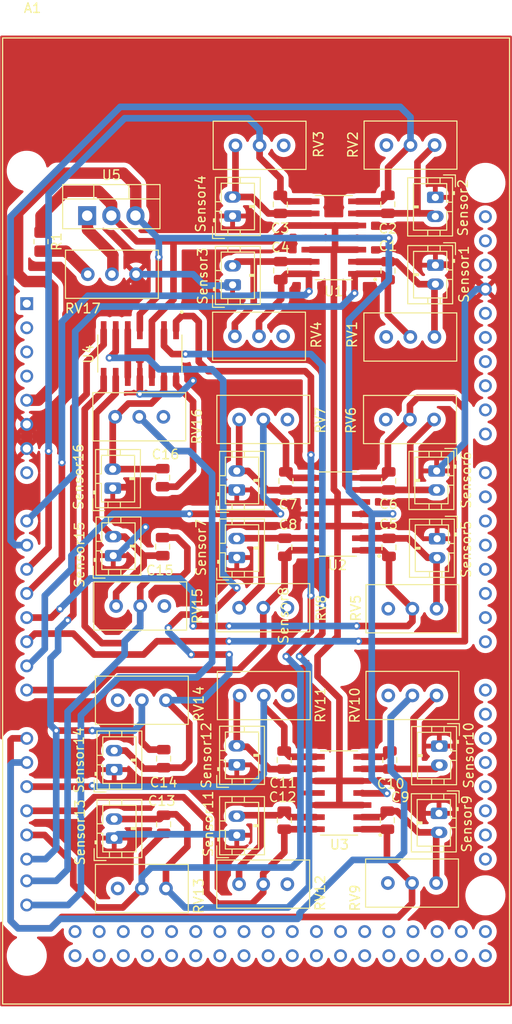
<source format=kicad_pcb>
(kicad_pcb (version 20211014) (generator pcbnew)
  (layers (0 "F.Cu" signal) (31 "B.Cu" signal) (34 "B.Paste" user) (35 "F.Paste" user) (36 "B.SilkS" user "B.Silkscreen") (37 "F.SilkS" user "F.Silkscreen") (38 "B.Mask" user) (39 "F.Mask" user) (44 "Edge.Cuts" user))
  (net 0 "")
  (net 68 "A4")
  (net 70 "A5")
  (net 72 "A6")
  (net 73 "+5V")
  (net 74 "Earth")
  (net 75 "S1")
  (net 76 "A0")
  (net 78 "S2")
  (net 79 "A1")
  (net 81 "S3")
  (net 82 "A2")
  (net 84 "S4")
  (net 85 "A3")
  (net 87 "A7")
  (net 88 "vref")
  (net 90 "S5")
  (net 91 "S6")
  (net 92 "S8")
  (net 93 "S7")
  (net 94 "S12")
  (net 95 "A11")
  (net 97 "S11")
  (net 98 "A10")
  (net 100 "S10")
  (net 101 "A9")
  (net 103 "S9")
  (net 104 "A8")
  (net 106 "Net-(RV17-Pad3)")
  (net 107 "Net-(RV17-Pad2)")
  (net 108 "S16")
  (net 109 "A15")
  (net 111 "S15")
  (net 112 "A14")
  (net 114 "S14")
  (net 115 "A13")
  (net 117 "S13")
  (net 118 "A12")
  (footprint "Connector_JST:JST_PH_B2B-PH-K_1x02_P2.00mm_Vertical" (layer "F.Cu") (at 62 115.8 90)
    (fp_text reference "Sensor8")
    (fp_text value "Sensor 8")
  )
  (footprint "Potentiometer_THT:Potentiometer_Bourns_3296W_Vertical" (layer "F.Cu") (at 62.24 150.15 180)
    (fp_text reference "RV12")
    (fp_text value "Sensor 11" hide)
  )
  (footprint "Potentiometer_THT:Potentiometer_Bourns_3296W_Vertical" (layer "F.Cu") (at 62.25 101.28 180)
    (fp_text reference "RV7")
    (fp_text value "Sensor 3" hide)
  )
  (footprint "Connector_JST:JST_PH_B2B-PH-K_1x02_P2.00mm_Vertical" (layer "F.Cu") (at 82.89 77.92 -90)
    (fp_text reference "Sensor2")
    (fp_text value "Sensor 2" hide)
  )
  (footprint "Connector_JST:JST_PH_B2B-PH-K_1x02_P2.00mm_Vertical" (layer "F.Cu") (at 83.08 113.82 -90)
    (fp_text reference "Sensor5")
    (fp_text value "Sensor 5" hide)
  )
  (footprint "MCP6004-I_SL:SOIC127P600X175-14N" (layer "F.Cu") (at 51.8 94.345 -90)
    (fp_text reference "U4")
    (fp_text value "MCP6004-I/SL" hide)
  )
  (footprint "Potentiometer_THT:Potentiometer_Bourns_3296W_Vertical" (layer "F.Cu") (at 49.2 101 180)
    (fp_text reference "RV16")
    (fp_text value "Sensor 15" hide)
  )
  (footprint "Connector_JST:JST_PH_B2B-PH-K_1x02_P2.00mm_Vertical" (layer "F.Cu") (at 49 115.6 90)
    (fp_text reference "Sensor15")
    (fp_text value "Sensor 15" hide)
  )
  (footprint "Capacitor_SMD:C_0805_2012Metric" (layer "F.Cu") (at 77.98 107.74 90)
    (fp_text reference "C6")
    (fp_text value "C" hide)
  )
  (footprint "Capacitor_SMD:C_0805_2012Metric" (layer "F.Cu") (at 54.2 114.65 90)
    (fp_text reference "C15")
    (fp_text value "C" hide)
  )
  (footprint "Capacitor_SMD:C_0805_2012Metric" (layer "F.Cu") (at 78.1 137.09 90)
    (fp_text reference "C10")
    (fp_text value "C" hide)
  )
  (footprint "Connector_JST:JST_PH_B2B-PH-K_1x02_P2.00mm_Vertical" (layer "F.Cu") (at 82.9 85.05 -90)
    (fp_text reference "Sensor1")
    (fp_text value "Sensor 1" hide)
  )
  (footprint "Connector_JST:JST_PH_B2B-PH-K_1x02_P2.00mm_Vertical" (layer "F.Cu") (at 62 145 90)
    (fp_text reference "Sensor12")
    (fp_text value "Sensor 12" hide)
  )
  (footprint "Potentiometer_THT:Potentiometer_Bourns_3296W_Vertical" (layer "F.Cu") (at 54.55 150.6)
    (fp_text reference "RV13")
    (fp_text value "Sensor 12" hide)
  )
  (footprint "Capacitor_SMD:C_0805_2012Metric" (layer "F.Cu") (at 66.62 85.62 -90)
    (fp_text reference "C4")
    (fp_text value "C" hide)
  )
  (footprint "Capacitor_SMD:C_0805_2012Metric" (layer "F.Cu") (at 77.91 85.63 -90)
    (fp_text reference "C1")
    (fp_text value "C" hide)
  )
  (footprint "Potentiometer_THT:Potentiometer_Bourns_3296W_Vertical" (layer "F.Cu") (at 49.3 120.9 180)
    (fp_text reference "RV15")
    (fp_text value "Sensor 14" hide)
  )
  (footprint "Capacitor_SMD:C_0805_2012Metric" (layer "F.Cu") (at 66.58 78.66 90)
    (fp_text reference "C3")
    (fp_text value "C" hide)
  )
  (footprint "Package_TO_SOT_THT:TO-220-3_Vertical" (layer "F.Cu") (at 46.26 79.845)
    (fp_text reference "U5")
    (fp_text value "LM317_TO-220" hide)
  )
  (footprint "Potentiometer_THT:Potentiometer_Bourns_3296W_Vertical" (layer "F.Cu") (at 62.3 130.32 180)
    (fp_text reference "RV11")
    (fp_text value "Sensor 10")
  )
  (footprint "Connector_JST:JST_PH_B2B-PH-K_1x02_P2.00mm_Vertical" (layer "F.Cu") (at 49.1 138.1 90)
    (fp_text reference "Sensor14")
    (fp_text value "Sensor 14" hide)
  )
  (footprint "Connector_JST:JST_PH_B2B-PH-K_1x02_P2.00mm_Vertical" (layer "F.Cu") (at 83.28 142.7 -90)
    (fp_text reference "Sensor9")
    (fp_text value "Sensor9" hide)
  )
  (footprint "Potentiometer_THT:Potentiometer_Bourns_3296W_Vertical" (layer "F.Cu") (at 82.8 92.6)
    (fp_text reference "RV1")
    (fp_text value "Sensor 1" hide)
  )
  (footprint "Connector_JST:JST_PH_B2B-PH-K_1x02_P2.00mm_Vertical" (layer "F.Cu") (at 62 108.69 90)
    (fp_text reference "Sensor7")
    (fp_text value "Sensor 7" hide)
  )
  (footprint "Capacitor_SMD:C_0805_2012Metric" (layer "F.Cu") (at 66.99 137.1 90)
    (fp_text reference "C11")
    (fp_text value "C" hide)
  )
  (footprint "Connector_JST:JST_PH_B2B-PH-K_1x02_P2.00mm_Vertical" (layer "F.Cu") (at 83.31 135.63 -90)
    (fp_text reference "Sensor10")
    (fp_text value "Sensor 10" hide)
  )
  (footprint "Capacitor_SMD:C_0805_2012Metric" (layer "F.Cu") (at 67.17 107.74 90)
    (fp_text reference "C7")
    (fp_text value "C" hide)
  )
  (footprint "Potentiometer_THT:Potentiometer_Bourns_3296W_Vertical" (layer "F.Cu") (at 61.8 92.53 180)
    (fp_text reference "RV4")
    (fp_text value "Sensor 4" hide)
  )
  (footprint "Capacitor_SMD:C_0805_2012Metric" (layer "F.Cu") (at 78.01 114.73 -90)
    (fp_text reference "C5")
    (fp_text value "C" hide)
  )
  (footprint "A000067:ARDUINO_A000067" (layer "F.Cu") (at 64.03 111.955)
    (fp_text reference "A1")
    (fp_text value "A000067")
  )
  (footprint "Capacitor_SMD:C_0805_2012Metric" (layer "F.Cu") (at 77.84 143.42 -90)
    (fp_text reference "C9")
    (fp_text value "C" hide)
  )
  (footprint "Potentiometer_THT:Potentiometer_Bourns_3296W_Vertical" (layer "F.Cu") (at 82.82 72.42)
    (fp_text reference "RV2")
    (fp_text value "Sensor 2" hide)
  )
  (footprint "Potentiometer_THT:Potentiometer_Bourns_3296W_Vertical" (layer "F.Cu") (at 82.76 101.28)
    (fp_text reference "RV6")
    (fp_text value "Sensor 2" hide)
  )
  (footprint "Capacitor_SMD:C_0805_2012Metric" (layer "F.Cu") (at 67 143.42 -90)
    (fp_text reference "C12")
    (fp_text value "C" hide)
  )
  (footprint "Connector_JST:JST_PH_B2B-PH-K_1x02_P2.00mm_Vertical" (layer "F.Cu") (at 62 137.6 90)
    (fp_text reference "Sensor11")
    (fp_text value "Sensor 11" hide)
  )
  (footprint "Resistor_SMD:R_0805_2012Metric_Pad1.20x1.40mm_HandSolder" (layer "F.Cu") (at 41.4 82.575 -90)
    (fp_text reference "R1")
    (fp_text value "120R" hide)
  )
  (footprint "Potentiometer_THT:Potentiometer_Bourns_3296W_Vertical" (layer "F.Cu") (at 82.98 150.03)
    (fp_text reference "RV9")
    (fp_text value "Sensor 8" hide)
  )
  (footprint "MCP6004-I_SL:SOIC127P600X175-14N" (layer "F.Cu") (at 72.6225 111.225 180)
    (fp_text reference "U2")
    (fp_text value "MCP6004-I/SL" hide)
  )
  (footprint "Capacitor_SMD:C_0805_2012Metric" (layer "F.Cu") (at 54.2 107.4 -90)
    (fp_text reference "C16")
    (fp_text value "C" hide)
  )
  (footprint "Potentiometer_THT:Potentiometer_Bourns_3296W_Vertical" (layer "F.Cu") (at 83.02 130.3)
    (fp_text reference "RV10")
    (fp_text value "Sensor9" hide)
  )
  (footprint "Capacitor_SMD:C_0805_2012Metric" (layer "F.Cu") (at 77.89 78.65 90)
    (fp_text reference "C2")
    (fp_text value "C" hide)
  )
  (footprint "Potentiometer_THT:Potentiometer_Bourns_3296W_Vertical" (layer "F.Cu") (at 83.02 121.18)
    (fp_text reference "RV5")
    (fp_text value "Sensor 1" hide)
  )
  (footprint "Connector_JST:JST_PH_B2B-PH-K_1x02_P2.00mm_Vertical" (layer "F.Cu") (at 48.95 108.5 90)
    (fp_text reference "Sensor16")
    (fp_text value "Sensor 16" hide)
  )
  (footprint "Potentiometer_THT:Potentiometer_Bourns_3296W_Vertical" (layer "F.Cu") (at 62.25 121.08 180)
    (fp_text reference "RV8")
    (fp_text value "Sensor 4" hide)
  )
  (footprint "Connector_JST:JST_PH_B2B-PH-K_1x02_P2.00mm_Vertical" (layer "F.Cu") (at 61.56 79.88 90)
    (fp_text reference "Sensor4")
    (fp_text value "Sensor 4" hide)
  )
  (footprint "MCP6004-I_SL:SOIC127P600X175-14N" (layer "F.Cu") (at 72.21 82.15 180)
    (fp_text reference "U1")
    (fp_text value "MCP6004-I/SL" hide)
  )
  (footprint "Capacitor_SMD:C_0805_2012Metric" (layer "F.Cu") (at 54.3 136.95 90)
    (fp_text reference "C14")
    (fp_text value "C" hide)
  )
  (footprint "MCP6004-I_SL:SOIC127P600X175-14N" (layer "F.Cu") (at 72.76 140.56 180)
    (fp_text reference "U3")
    (fp_text value "MCP6004-I/SL")
  )
  (footprint "Potentiometer_THT:Potentiometer_Bourns_3296W_Vertical" (layer "F.Cu") (at 61.86 72.45 180)
    (fp_text reference "RV3")
    (fp_text value "Sensor 3" hide)
  )
  (footprint "Connector_JST:JST_PH_B2B-PH-K_1x02_P2.00mm_Vertical" (layer "F.Cu") (at 61.56 87.12 90)
    (fp_text reference "Sensor3")
    (fp_text value "Sensor 3" hide)
  )
  (footprint "Connector_JST:JST_PH_B2B-PH-K_1x02_P2.00mm_Vertical" (layer "F.Cu") (at 49.1 145.3 90)
    (fp_text reference "Sensor13")
    (fp_text value "Sensor 13" hide)
  )
  (footprint "Capacitor_SMD:C_0805_2012Metric" (layer "F.Cu") (at 54.3 143.85 -90)
    (fp_text reference "C13")
    (fp_text value "C" hide)
  )
  (footprint "Connector_JST:JST_PH_B2B-PH-K_1x02_P2.00mm_Vertical" (layer "F.Cu") (at 83.03 106.69 -90)
    (fp_text reference "Sensor6")
    (fp_text value "Sensor 6" hide)
  )
  (footprint "Potentiometer_THT:Potentiometer_Bourns_3296W_Vertical" (layer "F.Cu") (at 54.55 130.8)
    (fp_text reference "RV14")
    (fp_text value "Sensor 13" hide)
  )
  (footprint "Capacitor_SMD:C_0805_2012Metric" (layer "F.Cu") (at 67.06 114.72 -90)
    (fp_text reference "C8")
    (fp_text value "C" hide)
  )
  (footprint "Potentiometer_THT:Potentiometer_Bourns_3296W_Vertical" (layer "F.Cu") (at 51.4 86)
    (fp_text reference "RV17")
    (fp_text value "V-Ref" hide)
  )
  (segment (start 80.48 122.52) (end 80.48 121.18) (width 0.7) (layer "F.Cu") (net 68))
  (segment (start 80.48 121.18) (end 78.02 118.72) (width 0.7) (layer "F.Cu") (net 68))
  (segment (start 42.485 122.115) (end 39.9 122.115) (width 0.7) (layer "F.Cu") (net 68))
  (segment (start 80 123) (end 80.48 122.52) (width 0.7) (layer "F.Cu") (net 68))
  (segment (start 74.6 123) (end 80 123) (width 0.7) (layer "F.Cu") (net 68))
  (segment (start 75.0775 115.035) (end 77.365 115.035) (width 0.7) (layer "F.Cu") (net 68))
  (segment (start 57.4 123) (end 61.2 123) (width 0.7) (layer "F.Cu") (net 68))
  (segment (start 77.365 115.035) (end 78.01 115.68) (width 0.7) (layer "F.Cu") (net 68))
  (segment (start 78.02 118.72) (end 78.02 115.69) (width 0.7) (layer "F.Cu") (net 68))
  (segment (start 43.4 121.2) (end 42.485 122.115) (width 0.7) (layer "F.Cu") (net 68))
  (segment (start 78.02 115.69) (end 78.01 115.68) (width 0.7) (layer "F.Cu") (net 68))
  (via (at 74.6 123) (size 0.8) (drill 0.4) (layers "F.Cu" "B.Cu") (net 68))
  (via (at 43.4 121.2) (size 0.8) (drill 0.4) (layers "F.Cu" "B.Cu") (net 68))
  (via (at 57.4 123) (size 0.8) (drill 0.4) (layers "F.Cu" "B.Cu") (net 68))
  (via (at 61.2 123) (size 0.8) (drill 0.4) (layers "F.Cu" "B.Cu") (net 68))
  (segment (start 56 118) (end 57.4 119.4) (width 0.7) (layer "B.Cu") (net 68))
  (segment (start 43.4 121.2) (end 46.6 118) (width 0.7) (layer "B.Cu") (net 68))
  (segment (start 61.2 123) (end 74.6 123) (width 0.7) (layer "B.Cu") (net 68))
  (segment (start 46.6 118) (end 56 118) (width 0.7) (layer "B.Cu") (net 68))
  (segment (start 57.4 119.4) (end 57.4 123) (width 0.7) (layer "B.Cu") (net 68))
  (segment (start 80.22 99.78) (end 80.22 101.28) (width 0.7) (layer "F.Cu") (net 70))
  (segment (start 53.6 124.6) (end 52.2 126) (width 0.7) (layer "F.Cu") (net 70))
  (segment (start 74.8 124.6) (end 86 124.6) (width 0.7) (layer "F.Cu") (net 70))
  (segment (start 40.755 123.8) (end 39.9 124.655) (width 0.7) (layer "F.Cu") (net 70))
  (segment (start 84.8 99) (end 81 99) (width 0.7) (layer "F.Cu") (net 70))
  (segment (start 77.9 103.6) (end 77.9 106.71) (width 0.7) (layer "F.Cu") (net 70))
  (segment (start 47 126) (end 44.8 123.8) (width 0.7) (layer "F.Cu") (net 70))
  (segment (start 61.2 124.6) (end 53.6 124.6) (width 0.7) (layer "F.Cu") (net 70))
  (segment (start 44.8 123.8) (end 40.755 123.8) (width 0.7) (layer "F.Cu") (net 70))
  (segment (start 77.355 107.415) (end 77.98 106.79) (width 0.7) (layer "F.Cu") (net 70))
  (segment (start 80.22 101.28) (end 77.9 103.6) (width 0.7) (layer "F.Cu") (net 70))
  (segment (start 81 99) (end 80.22 99.78) (width 0.7) (layer "F.Cu") (net 70))
  (segment (start 77.9 106.71) (end 77.98 106.79) (width 0.7) (layer "F.Cu") (net 70))
  (segment (start 52.2 126) (end 47 126) (width 0.7) (layer "F.Cu") (net 70))
  (segment (start 75.0775 107.415) (end 77.355 107.415) (width 0.7) (layer "F.Cu") (net 70))
  (segment (start 86 100.2) (end 84.8 99) (width 0.7) (layer "F.Cu") (net 70))
  (segment (start 86 124.6) (end 86 100.2) (width 0.7) (layer "F.Cu") (net 70))
  (via (at 61.2 124.6) (size 0.8) (drill 0.4) (layers "F.Cu" "B.Cu") (net 70))
  (via (at 74.8 124.6) (size 0.8) (drill 0.4) (layers "F.Cu" "B.Cu") (net 70))
  (segment (start 74.8 124.6) (end 61.2 124.6) (width 0.7) (layer "B.Cu") (net 70))
  (segment (start 70.1675 107.415) (end 67.795 107.415) (width 0.7) (layer "F.Cu") (net 72))
  (segment (start 67.18 103.67) (end 67.18 106.78) (width 0.7) (layer "F.Cu") (net 72))
  (segment (start 64.79 101.28) (end 67.18 103.67) (width 0.7) (layer "F.Cu") (net 72))
  (segment (start 57 111.2) (end 66.6 111.2) (width 0.7) (layer "F.Cu") (net 72))
  (segment (start 67.795 107.415) (end 67.17 106.79) (width 0.7) (layer "F.Cu") (net 72))
  (segment (start 67.18 106.78) (end 67.17 106.79) (width 0.7) (layer "F.Cu") (net 72))
  (via (at 66.6 111.2) (size 0.8) (drill 0.4) (layers "F.Cu" "B.Cu") (net 72))
  (via (at 57 111.2) (size 0.8) (drill 0.4) (layers "F.Cu" "B.Cu") (net 72))
  (segment (start 44.6 115.6) (end 49 111.2) (width 0.7) (layer "B.Cu") (net 72))
  (segment (start 39.9 127.195) (end 40.005 127.195) (width 0.7) (layer "B.Cu") (net 72))
  (segment (start 41.8 125.4) (end 41.8 119.8) (width 0.7) (layer "B.Cu") (net 72))
  (segment (start 40.005 127.195) (end 41.8 125.4) (width 0.7) (layer "B.Cu") (net 72))
  (segment (start 49 111.2) (end 57 111.2) (width 0.7) (layer "B.Cu") (net 72))
  (segment (start 64.79 109.39) (end 64.79 101.28) (width 0.7) (layer "B.Cu") (net 72))
  (segment (start 44.6 117) (end 44.6 115.6) (width 0.7) (layer "B.Cu") (net 72))
  (segment (start 66.6 111.2) (end 64.79 109.39) (width 0.7) (layer "B.Cu") (net 72))
  (segment (start 41.8 119.8) (end 44.6 117) (width 0.7) (layer "B.Cu") (net 72))
  (segment (start 51.8 90.2) (end 53.6 88.4) (width 0.7) (layer "F.Cu") (net 73))
  (segment (start 50.07 75.37) (end 51.37 76.67) (width 1.2) (layer "F.Cu") (net 73))
  (segment (start 75.255 140.6) (end 75.215 140.56) (width 0.7) (layer "F.Cu") (net 73))
  (segment (start 38.94 79.549825) (end 43.119825 75.37) (width 1.2) (layer "F.Cu") (net 73))
  (segment (start 53.8 88.2) (end 53.8 84.2) (width 0.7) (layer "F.Cu") (net 73))
  (segment (start 51.8 91.89) (end 51.8 90.2) (width 0.7) (layer "F.Cu") (net 73))
  (segment (start 51.37 76.67) (end 51.37 79.885) (width 1.2) (layer "F.Cu") (net 73))
  (segment (start 78.4 111.2) (end 75.1025 111.2) (width 0.7) (layer "F.Cu") (net 73))
  (segment (start 43.119825 75.37) (end 50.07 75.37) (width 1.2) (layer "F.Cu") (net 73))
  (segment (start 38.94 85.96) (end 38.94 79.549825) (width 1.2) (layer "F.Cu") (net 73))
  (segment (start 39.75 86.77) (end 38.94 85.96) (width 1.2) (layer "F.Cu") (net 73))
  (segment (start 42.64 87.44) (end 41.97 86.77) (width 1.2) (layer "F.Cu") (net 73))
  (segment (start 39.9 99.255) (end 41.115 99.255) (width 1.2) (layer "F.Cu") (net 73))
  (segment (start 74.715 82.2) (end 74.665 82.15) (width 0.7) (layer "F.Cu") (net 73))
  (segment (start 75.1025 111.2) (end 75.0775 111.225) (width 0.7) (layer "F.Cu") (net 73))
  (segment (start 42.64 97.73) (end 42.64 87.44) (width 1.2) (layer "F.Cu") (net 73))
  (segment (start 53.6 88.4) (end 53.8 88.2) (width 0.7) (layer "F.Cu") (net 73))
  (segment (start 41.115 99.255) (end 42.64 97.73) (width 1.2) (layer "F.Cu") (net 73))
  (segment (start 77.8 140.6) (end 75.255 140.6) (width 0.7) (layer "F.Cu") (net 73))
  (segment (start 78 82.2) (end 74.715 82.2) (width 0.7) (layer "F.Cu") (net 73))
  (segment (start 41.97 86.77) (end 39.75 86.77) (width 1.2) (layer "F.Cu") (net 73))
  (via (at 77.8 140.6) (size 0.8) (drill 0.4) (layers "F.Cu" "B.Cu") (net 73))
  (via (at 78.4 111.2) (size 0.8) (drill 0.4) (layers "F.Cu" "B.Cu") (net 73))
  (via (at 78 82.2) (size 0.8) (drill 0.4) (layers "F.Cu" "B.Cu") (net 73))
  (via (at 53.8 84.2) (size 0.8) (drill 0.4) (layers "F.Cu" "B.Cu") (net 73))
  (segment (start 51.34 79.845) (end 53.695 82.2) (width 0.7) (layer "B.Cu") (net 73))
  (segment (start 53.695 82.2) (end 78 82.2) (width 0.7) (layer "B.Cu") (net 73))
  (segment (start 53.8 82.305) (end 53.695 82.2) (width 0.7) (layer "B.Cu") (net 73))
  (segment (start 76.2 139) (end 77.8 140.6) (width 0.7) (layer "B.Cu") (net 73))
  (segment (start 76.2 111.2) (end 76.2 138.4) (width 0.7) (layer "B.Cu") (net 73))
  (segment (start 73.8 90.8) (end 78 86.6) (width 0.7) (layer "B.Cu") (net 73))
  (segment (start 78.4 111.2) (end 76.2 111.2) (width 0.7) (layer "B.Cu") (net 73))
  (segment (start 53.8 84.2) (end 53.8 82.305) (width 0.7) (layer "B.Cu") (net 73))
  (segment (start 76.2 111.2) (end 73.8 108.8) (width 0.7) (layer "B.Cu") (net 73))
  (segment (start 76.2 138.4) (end 76.2 139) (width 0.7) (layer "B.Cu") (net 73))
  (segment (start 78 86.6) (end 78 82.2) (width 0.7) (layer "B.Cu") (net 73))
  (segment (start 73.8 108.8) (end 73.8 90.8) (width 0.7) (layer "B.Cu") (net 73))
  (segment (start 44.23 90.23) (end 44.91 89.55) (width 1.2) (layer "F.Cu") (net 74))
  (segment (start 50.22 89.55) (end 51.5 88.27) (width 1.2) (layer "F.Cu") (net 74))
  (segment (start 59.2 107.8) (end 60.09 108.69) (width 0.7) (layer "F.Cu") (net 74))
  (segment (start 85.589 85) (end 82.95 85) (width 0.7) (layer "F.Cu") (net 74))
  (segment (start 59.2 99) (end 59.2 107.8) (width 0.7) (layer "F.Cu") (net 74))
  (segment (start 44.23 98.57) (end 44.23 90.23) (width 1.2) (layer "F.Cu") (net 74))
  (segment (start 52.4 109.6) (end 51.2 108.4) (width 0.7) (layer "F.Cu") (net 74))
  (segment (start 51.5 88.27) (end 51.5 85.985) (width 1.2) (layer "F.Cu") (net 74))
  (segment (start 51.8 96.8) (end 51.8 98.6) (width 0.7) (layer "F.Cu") (net 74))
  (segment (start 44.91 89.55) (end 50.22 89.55) (width 1.2) (layer "F.Cu") (net 74))
  (segment (start 52.4 112.6) (end 52.4 109.6) (width 0.7) (layer "F.Cu") (net 74))
  (segment (start 82.95 85) (end 82.9 85.05) (width 0.7) (layer "F.Cu") (net 74))
  (segment (start 39.9 104.335) (end 39.9 101.795) (width 1.2) (layer "F.Cu") (net 74))
  (segment (start 60.09 108.69) (end 62 108.69) (width 0.7) (layer "F.Cu") (net 74))
  (segment (start 49.05 108.4) (end 48.95 108.5) (width 0.7) (layer "F.Cu") (net 74))
  (segment (start 88.16 87.571) (end 85.589 85) (width 0.7) (layer "F.Cu") (net 74))
  (segment (start 39.9 101.795) (end 41.005 101.795) (width 1.2) (layer "F.Cu") (net 74))
  (segment (start 57.4 97.2) (end 59.2 99) (width 0.7) (layer "F.Cu") (net 74))
  (segment (start 51.2 108.4) (end 49.05 108.4) (width 0.7) (layer "F.Cu") (net 74))
  (segment (start 41.005 101.795) (end 44.23 98.57) (width 1.2) (layer "F.Cu") (net 74))
  (via (at 52.4 112.6) (size 0.8) (drill 0.4) (layers "F.Cu" "B.Cu") (net 74))
  (via (at 51.8 98.6) (size 0.8) (drill 0.4) (layers "F.Cu" "B.Cu") (net 74))
  (via (at 57.4 97.2) (size 0.8) (drill 0.4) (layers "F.Cu" "B.Cu") (net 74))
  (segment (start 86 88.8) (end 87.229 87.571) (width 0.7) (layer "B.Cu") (net 74))
  (segment (start 61.48 87.2) (end 61.56 87.12) (width 0.7) (layer "B.Cu") (net 74))
  (segment (start 57.4 86) (end 58.6 87.2) (width 0.7) (layer "B.Cu") (net 74))
  (segment (start 56 98.6) (end 57.4 97.2) (width 0.7) (layer "B.Cu") (net 74))
  (segment (start 86 103.72) (end 86 88.8) (width 0.7) (layer "B.Cu") (net 74))
  (segment (start 87.229 87.571) (end 88.16 87.571) (width 0.7) (layer "B.Cu") (net 74))
  (segment (start 58.6 87.2) (end 61.48 87.2) (width 0.7) (layer "B.Cu") (net 74))
  (segment (start 49.4 115.6) (end 52.4 112.6) (width 0.7) (layer "B.Cu") (net 74))
  (segment (start 49.5 144.9) (end 62 144.9) (width 0.7) (layer "B.Cu") (net 74))
  (segment (start 49 115.6) (end 49.4 115.6) (width 0.7) (layer "B.Cu") (net 74))
  (segment (start 49.1 145.3) (end 49.5 144.9) (width 0.7) (layer "B.Cu") (net 74))
  (segment (start 51.8 98.6) (end 56 98.6) (width 0.7) (layer "B.Cu") (net 74))
  (segment (start 83.03 106.69) (end 86 103.72) (width 0.7) (layer "B.Cu") (net 74))
  (segment (start 51.4 86) (end 57.4 86) (width 0.7) (layer "B.Cu") (net 74))
  (segment (start 82.8 92.6) (end 82.8 87.15) (width 0.7) (layer "F.Cu") (net 75))
  (segment (start 82.82 87.32) (end 83.12 87.02) (width 0.2) (layer "F.Cu") (net 75))
  (segment (start 74.665 84.69) (end 77.9 84.69) (width 0.7) (layer "F.Cu") (net 75))
  (segment (start 82.8 87.15) (end 82.9 87.05) (width 0.7) (layer "F.Cu") (net 75))
  (segment (start 77.91 84.68) (end 78.79 84.68) (width 0.7) (layer "F.Cu") (net 75))
  (segment (start 78.79 84.68) (end 81.16 87.05) (width 0.7) (layer "F.Cu") (net 75))
  (segment (start 81.16 87.05) (end 82.9 87.05) (width 0.7) (layer "F.Cu") (net 75))
  (segment (start 77.9 84.69) (end 77.91 84.68) (width 0.7) (layer "F.Cu") (net 75))
  (segment (start 80.26 92.6) (end 77.9 90.24) (width 0.7) (layer "F.Cu") (net 76))
  (segment (start 77.29 85.96) (end 77.91 86.58) (width 0.7) (layer "F.Cu") (net 76))
  (segment (start 77.9 90.24) (end 77.9 86.59) (width 0.7) (layer "F.Cu") (net 76))
  (segment (start 74.4 86.225) (end 74.665 85.96) (width 0.7) (layer "F.Cu") (net 76))
  (segment (start 77.9 86.59) (end 77.91 86.58) (width 0.7) (layer "F.Cu") (net 76))
  (segment (start 74.665 85.96) (end 77.29 85.96) (width 0.7) (layer "F.Cu") (net 76))
  (segment (start 74.4 88) (end 74.4 86.225) (width 0.7) (layer "F.Cu") (net 76))
  (via (at 74.4 88) (size 0.8) (drill 0.4) (layers "F.Cu" "B.Cu") (net 76))
  (segment (start 73 89.4) (end 74.4 88) (width 0.7) (layer "B.Cu") (net 76))
  (segment (start 39.9 111.955) (end 45 106.855) (width 0.7) (layer "B.Cu") (net 76))
  (segment (start 45 106.855) (end 45 92) (width 0.7) (layer "B.Cu") (net 76))
  (segment (start 45 92) (end 47.6 89.4) (width 0.7) (layer "B.Cu") (net 76))
  (segment (start 47.6 89.4) (end 73 89.4) (width 0.7) (layer "B.Cu") (net 76))
  (segment (start 81.01 79.37) (end 81.24 79.6) (width 0.7) (layer "F.Cu") (net 78))
  (segment (start 74.665 79.61) (end 77.88 79.61) (width 0.7) (layer "F.Cu") (net 78))
  (segment (start 81.01 74.23) (end 81.01 79.37) (width 0.7) (layer "F.Cu") (net 78))
  (segment (start 82.82 72.42) (end 81.01 74.23) (width 0.7) (layer "F.Cu") (net 78))
  (segment (start 81.24 79.6) (end 82.57 79.6) (width 0.7) (layer "F.Cu") (net 78))
  (segment (start 77.89 79.6) (end 81.24 79.6) (width 0.7) (layer "F.Cu") (net 78))
  (segment (start 77.88 79.61) (end 77.89 79.6) (width 0.7) (layer "F.Cu") (net 78))
  (segment (start 82.57 79.6) (end 82.89 79.92) (width 0.7) (layer "F.Cu") (net 78))
  (segment (start 77.25 78.34) (end 77.89 77.7) (width 0.7) (layer "F.Cu") (net 79))
  (segment (start 77.92 74.78) (end 77.92 77.67) (width 0.7) (layer "F.Cu") (net 79))
  (segment (start 77.92 77.67) (end 77.89 77.7) (width 0.7) (layer "F.Cu") (net 79))
  (segment (start 80.28 72.42) (end 77.92 74.78) (width 0.7) (layer "F.Cu") (net 79))
  (segment (start 74.665 78.34) (end 77.25 78.34) (width 0.7) (layer "F.Cu") (net 79))
  (segment (start 49.736272 68.4) (end 79.2 68.4) (width 0.7) (layer "B.Cu") (net 79))
  (segment (start 80.28 69.48) (end 80.28 72.42) (width 0.7) (layer "B.Cu") (net 79))
  (segment (start 38.2 79.936272) (end 49.736272 68.4) (width 0.7) (layer "B.Cu") (net 79))
  (segment (start 38.2 114) (end 38.2 79.936272) (width 0.7) (layer "B.Cu") (net 79))
  (segment (start 39.9 114.495) (end 38.695 114.495) (width 0.7) (layer "B.Cu") (net 79))
  (segment (start 38.695 114.495) (end 38.2 114) (width 0.7) (layer "B.Cu") (net 79))
  (segment (start 79.2 68.4) (end 80.28 69.48) (width 0.7) (layer "B.Cu") (net 79))
  (segment (start 61.86 72.45) (end 61.86 77.58) (width 0.7) (layer "F.Cu") (net 81))
  (segment (start 63.59 77.87) (end 63.58 77.88) (width 0.7) (layer "F.Cu") (net 81))
  (segment (start 61.86 77.58) (end 61.56 77.88) (width 0.7) (layer "F.Cu") (net 81))
  (segment (start 63.58 77.88) (end 61.56 77.88) (width 0.7) (layer "F.Cu") (net 81))
  (segment (start 66.58 79.61) (end 65.33 79.61) (width 0.7) (layer "F.Cu") (net 81))
  (segment (start 66.58 79.61) (end 69.755 79.61) (width 0.7) (layer "F.Cu") (net 81))
  (segment (start 65.33 79.61) (end 63.59 77.87) (width 0.7) (layer "F.Cu") (net 81))
  (segment (start 66.59 75.92) (end 66.59 77.7) (width 0.7) (layer "F.Cu") (net 82))
  (segment (start 64.4 73.73) (end 66.59 75.92) (width 0.7) (layer "F.Cu") (net 82))
  (segment (start 66.59 77.7) (end 66.58 77.71) (width 0.7) (layer "F.Cu") (net 82))
  (segment (start 67.21 78.34) (end 66.58 77.71) (width 0.7) (layer "F.Cu") (net 82))
  (segment (start 42.2 104.6) (end 42.2 114.735) (width 0.7) (layer "F.Cu") (net 82))
  (segment (start 69.755 78.34) (end 67.21 78.34) (width 0.7) (layer "F.Cu") (net 82))
  (segment (start 64.4 72.45) (end 64.4 73.73) (width 0.7) (layer "F.Cu") (net 82))
  (segment (start 42.2 114.735) (end 39.9 117.035) (width 0.7) (layer "F.Cu") (net 82))
  (via (at 42.2 104.6) (size 0.8) (drill 0.4) (layers "F.Cu" "B.Cu") (net 82))
  (segment (start 42.2 77.6) (end 50.2 69.6) (width 0.7) (layer "B.Cu") (net 82))
  (segment (start 63.2 69.6) (end 64.4 70.8) (width 0.7) (layer "B.Cu") (net 82))
  (segment (start 50.2 69.6) (end 63.2 69.6) (width 0.7) (layer "B.Cu") (net 82))
  (segment (start 64.4 70.8) (end 64.4 72.45) (width 0.7) (layer "B.Cu") (net 82))
  (segment (start 42.2 104.6) (end 42.2 77.6) (width 0.7) (layer "B.Cu") (net 82))
  (segment (start 63.78 84.9) (end 63.55 84.67) (width 0.7) (layer "F.Cu") (net 84))
  (segment (start 66.62 84.67) (end 63.55 84.67) (width 0.7) (layer "F.Cu") (net 84))
  (segment (start 69.735 84.67) (end 69.755 84.69) (width 0.7) (layer "F.Cu") (net 84))
  (segment (start 63.55 84.67) (end 62.01 84.67) (width 0.7) (layer "F.Cu") (net 84))
  (segment (start 61.8 91.19) (end 63.78 89.21) (width 0.7) (layer "F.Cu") (net 84))
  (segment (start 66.62 84.67) (end 69.735 84.67) (width 0.7) (layer "F.Cu") (net 84))
  (segment (start 62.01 84.67) (end 61.56 85.12) (width 0.7) (layer "F.Cu") (net 84))
  (segment (start 63.78 89.21) (end 63.78 84.9) (width 0.7) (layer "F.Cu") (net 84))
  (segment (start 61.8 92.53) (end 61.8 91.19) (width 0.7) (layer "F.Cu") (net 84))
  (segment (start 69.6 87.8) (end 69.6 86.115) (width 0.7) (layer "F.Cu") (net 85))
  (segment (start 64.34 90.94) (end 66.67 88.61) (width 0.7) (layer "F.Cu") (net 85))
  (segment (start 69.755 85.96) (end 69.25 85.96) (width 0.2) (layer "F.Cu") (net 85))
  (segment (start 39.9 119.575) (end 43.6 115.875) (width 0.7) (layer "F.Cu") (net 85))
  (segment (start 67.23 85.96) (end 69.755 85.96) (width 0.7) (layer "F.Cu") (net 85))
  (segment (start 69.6 86.115) (end 69.755 85.96) (width 0.7) (layer "F.Cu") (net 85))
  (segment (start 66.67 88.61) (end 66.67 86.62) (width 0.7) (layer "F.Cu") (net 85))
  (segment (start 43.6 115.875) (end 43.6 105.8) (width 0.7) (layer "F.Cu") (net 85))
  (segment (start 66.67 86.62) (end 66.62 86.57) (width 0.7) (layer "F.Cu") (net 85))
  (segment (start 66.62 86.57) (end 67.23 85.96) (width 0.7) (layer "F.Cu") (net 85))
  (segment (start 64.34 92.53) (end 64.34 90.94) (width 0.7) (layer "F.Cu") (net 85))
  (via (at 69.6 87.8) (size 0.8) (drill 0.4) (layers "F.Cu" "B.Cu") (net 85))
  (via (at 43.6 105.8) (size 0.8) (drill 0.4) (layers "F.Cu" "B.Cu") (net 85))
  (segment (start 43.6 91) (end 44.8 89.8) (width 0.7) (layer "B.Cu") (net 85))
  (segment (start 46.33 88.27) (end 63.73 88.27) (width 0.7) (layer "B.Cu") (net 85))
  (segment (start 44.8 89.8) (end 46.33 88.27) (width 0.7) (layer "B.Cu") (net 85))
  (segment (start 69.2 88.2) (end 69.6 87.8) (width 0.7) (layer "B.Cu") (net 85))
  (segment (start 63.8 88.2) (end 64 88.2) (width 0.7) (layer "B.Cu") (net 85))
  (segment (start 43.6 105.8) (end 43.6 91) (width 0.7) (layer "B.Cu") (net 85))
  (segment (start 63.73 88.27) (end 63.8 88.2) (width 0.7) (layer "B.Cu") (net 85))
  (segment (start 64 88.2) (end 69.2 88.2) (width 0.7) (layer "B.Cu") (net 85))
  (segment (start 64.79 121.08) (end 67.03 118.84) (width 0.7) (layer "F.Cu") (net 87))
  (segment (start 67.03 115.7) (end 67.06 115.67) (width 0.7) (layer "F.Cu") (net 87))
  (segment (start 64.79 125.01) (end 64.79 121.08) (width 0.7) (layer "F.Cu") (net 87))
  (segment (start 67.03 118.84) (end 67.03 115.7) (width 0.7) (layer "F.Cu") (net 87))
  (segment (start 70.1675 115.035) (end 67.695 115.035) (width 0.7) (layer "F.Cu") (net 87))
  (segment (start 67.695 115.035) (end 67.06 115.67) (width 0.7) (layer "F.Cu") (net 87))
  (segment (start 49.2 127.6) (end 62.2 127.6) (width 0.7) (layer "F.Cu") (net 87))
  (segment (start 62.2 127.6) (end 64.79 125.01) (width 0.7) (layer "F.Cu") (net 87))
  (segment (start 39.9 129.735) (end 47.065 129.735) (width 0.7) (layer "F.Cu") (net 87))
  (segment (start 47.065 129.735) (end 49.2 127.6) (width 0.7) (layer "F.Cu") (net 87))
  (segment (start 48.83 78.64) (end 48.83 79.885) (width 1.2) (layer "F.Cu") (net 88))
  (segment (start 72.8 130.6) (end 72.8 139.28) (width 0.7) (layer "F.Cu") (net 88))
  (segment (start 72.22 108.635714) (end 72.605 109.020714) (width 0.7) (layer "F.Cu") (net 88))
  (segment (start 72.34 83.3) (end 72.22 83.42) (width 0.7) (layer "F.Cu") (net 88))
  (segment (start 72.595 112.495) (end 75.0775 112.495) (width 0.7) (layer "F.Cu") (net 88))
  (segment (start 72.22 83.42) (end 74.665 83.42) (width 0.7) (layer "F.Cu") (net 88))
  (segment (start 70.5 126.2) (end 70.5 128.3) (width 0.7) (layer "F.Cu") (net 88))
  (segment (start 72.6 124.1) (end 70.5 126.2) (width 0.7) (layer "F.Cu") (net 88))
  (segment (start 51.485 82.54) (end 48.83 79.885) (width 0.7) (layer "F.Cu") (net 88))
  (segment (start 72.605 109.955) (end 75.0775 109.955) (width 0.7) (layer "F.Cu") (net 88))
  (segment (start 72.8 139.28) (end 72.79 139.29) (width 0.7) (layer "F.Cu") (net 88))
  (segment (start 72.93 141.83) (end 75.215 141.83) (width 0.7) (layer "F.Cu") (net 88))
  (segment (start 50.53 94.13) (end 50.53 96.8) (width 0.7) (layer "F.Cu") (net 88))
  (segment (start 53.07 90.93) (end 55.34 88.66) (width 0.7) (layer "F.Cu") (net 88))
  (segment (start 72.605 109.020714) (end 72.605 109.955) (width 0.7) (layer "F.Cu") (net 88))
  (segment (start 69.755 83.42) (end 72.22 83.42) (width 0.7) (layer "F.Cu") (net 88))
  (segment (start 72.79 139.29) (end 75.215 139.29) (width 0.7) (layer "F.Cu") (net 88))
  (segment (start 50.53 91.89) (end 50.53 94.13) (width 0.7) (layer "F.Cu") (net 88))
  (segment (start 67.28 80.88) (end 65.62 82.54) (width 0.7) (layer "F.Cu") (net 88))
  (segment (start 70.5 128.3) (end 72.8 130.6) (width 0.7) (layer "F.Cu") (net 88))
  (segment (start 72.79 141.69) (end 72.93 141.83) (width 0.7) (layer "F.Cu") (net 88))
  (segment (start 55.34 88.66) (end 55.34 82.54) (width 0.7) (layer "F.Cu") (net 88))
  (segment (start 72.605 112.485) (end 72.595 112.495) (width 0.7) (layer "F.Cu") (net 88))
  (segment (start 53.07 91.89) (end 53.07 94.13) (width 0.7) (layer "F.Cu") (net 88))
  (segment (start 43.98 77.28) (end 47.47 77.28) (width 1.2) (layer "F.Cu") (net 88))
  (segment (start 65.6 82.54) (end 55.34 82.54) (width 0.7) (layer "F.Cu") (net 88))
  (segment (start 72.34 80.88) (end 72.34 83.3) (width 0.7) (layer "F.Cu") (net 88))
  (segment (start 72.605 109.955) (end 72.605 112.485) (width 0.7) (layer "F.Cu") (net 88))
  (segment (start 69.755 80.88) (end 72.34 80.88) (width 0.7) (layer "F.Cu") (net 88))
  (segment (start 41.4 81.575) (end 41.4 79.86) (width 1.2) (layer "F.Cu") (net 88))
  (segment (start 53.07 91.89) (end 53.07 90.93) (width 0.7) (layer "F.Cu") (net 88))
  (segment (start 41.4 79.86) (end 43.98 77.28) (width 1.2) (layer "F.Cu") (net 88))
  (segment (start 53.07 94.13) (end 53.07 96.8) (width 0.7) (layer "F.Cu") (net 88))
  (segment (start 72.34 80.88) (end 74.665 80.88) (width 0.7) (layer "F.Cu") (net 88))
  (segment (start 72.605 112.485) (end 72.6 112.49) (width 0.7) (layer "F.Cu") (net 88))
  (segment (start 47.47 77.28) (end 48.83 78.64) (width 1.2) (layer "F.Cu") (net 88))
  (segment (start 70.1675 112.495) (end 72.595 112.495) (width 0.7) (layer "F.Cu") (net 88))
  (segment (start 70.305 139.29) (end 72.79 139.29) (width 0.7) (layer "F.Cu") (net 88))
  (segment (start 72.79 139.29) (end 72.79 141.69) (width 0.7) (layer "F.Cu") (net 88))
  (segment (start 70.1675 109.955) (end 72.605 109.955) (width 0.7) (layer "F.Cu") (net 88))
  (segment (start 70.305 141.83) (end 72.93 141.83) (width 0.7) (layer "F.Cu") (net 88))
  (segment (start 69.755 80.88) (end 67.28 80.88) (width 0.7) (layer "F.Cu") (net 88))
  (segment (start 72.6 112.49) (end 72.6 124.1) (width 0.7) (layer "F.Cu") (net 88))
  (segment (start 72.22 83.42) (end 72.22 108.635714) (width 0.7) (layer "F.Cu") (net 88))
  (segment (start 55.34 82.54) (end 51.485 82.54) (width 0.7) (layer "F.Cu") (net 88))
  (segment (start 50.53 94.13) (end 53.07 94.13) (width 0.7) (layer "F.Cu") (net 88))
  (segment (start 83.02 115.88) (end 83.08 115.82) (width 0.7) (layer "F.Cu") (net 90))
  (segment (start 82.09 115.82) (end 80.05 113.78) (width 0.7) (layer "F.Cu") (net 90))
  (segment (start 80.05 113.78) (end 78.01 113.78) (width 0.7) (layer "F.Cu") (net 90))
  (segment (start 77.995 113.765) (end 78.01 113.78) (width 0.7) (layer "F.Cu") (net 90))
  (segment (start 83.02 121.18) (end 83.02 115.88) (width 0.7) (layer "F.Cu") (net 90))
  (segment (start 83.08 115.82) (end 82.09 115.82) (width 0.7) (layer "F.Cu") (net 90))
  (segment (start 75.0775 113.765) (end 77.995 113.765) (width 0.7) (layer "F.Cu") (net 90))
  (segment (start 77.98 108.69) (end 80.09 108.69) (width 0.7) (layer "F.Cu") (net 91))
  (segment (start 80.25 108.53) (end 80.09 108.69) (width 0.7) (layer "F.Cu") (net 91))
  (segment (start 77.975 108.685) (end 77.98 108.69) (width 0.7) (layer "F.Cu") (net 91))
  (segment (start 82.76 101.28) (end 80.25 103.79) (width 0.7) (layer "F.Cu") (net 91))
  (segment (start 80.25 103.79) (end 80.25 108.53) (width 0.7) (layer "F.Cu") (net 91))
  (segment (start 75.0775 108.685) (end 77.975 108.685) (width 0.7) (layer "F.Cu") (net 91))
  (segment (start 80.09 108.69) (end 83.03 108.69) (width 0.7) (layer "F.Cu") (net 91))
  (segment (start 62.03 113.77) (end 62 113.8) (width 0.7) (layer "F.Cu") (net 92))
  (segment (start 70.1675 113.765) (end 67.065 113.765) (width 0.7) (layer "F.Cu") (net 92))
  (segment (start 67.06 113.77) (end 64.63 113.77) (width 0.7) (layer "F.Cu") (net 92))
  (segment (start 64.63 113.77) (end 62.03 113.77) (width 0.7) (layer "F.Cu") (net 92))
  (segment (start 64.6 113.8) (end 64.63 113.77) (width 0.7) (layer "F.Cu") (net 92))
  (segment (start 67.065 113.765) (end 67.06 113.77) (width 0.7) (layer "F.Cu") (net 92))
  (segment (start 64.6 118.73) (end 64.6 113.8) (width 0.7) (layer "F.Cu") (net 92))
  (segment (start 62.25 121.08) (end 64.6 118.73) (width 0.7) (layer "F.Cu") (net 92))
  (segment (start 67.15 108.71) (end 67.17 108.69) (width 0.7) (layer "F.Cu") (net 93))
  (segment (start 63.18 106.69) (end 65.2 108.71) (width 0.7) (layer "F.Cu") (net 93))
  (segment (start 62.25 106.44) (end 62 106.69) (width 0.7) (layer "F.Cu") (net 93))
  (segment (start 65.2 108.71) (end 67.15 108.71) (width 0.7) (layer "F.Cu") (net 93))
  (segment (start 70.1625 108.69) (end 70.1675 108.685) (width 0.7) (layer "F.Cu") (net 93))
  (segment (start 62.25 101.28) (end 62.25 106.44) (width 0.7) (layer "F.Cu") (net 93))
  (segment (start 62 106.69) (end 63.18 106.69) (width 0.7) (layer "F.Cu") (net 93))
  (segment (start 67.17 108.69) (end 70.1625 108.69) (width 0.7) (layer "F.Cu") (net 93))
  (segment (start 66.57 142.9) (end 67 142.47) (width 0.7) (layer "F.Cu") (net 94))
  (segment (start 64.5 142.9) (end 66.57 142.9) (width 0.7) (layer "F.Cu") (net 94))
  (segment (start 62.24 150.15) (end 62.24 148.36) (width 0.7) (layer "F.Cu") (net 94))
  (segment (start 62 142.9) (end 64.5 142.9) (width 0.7) (layer "F.Cu") (net 94))
  (segment (start 64.5 146.1) (end 64.5 142.9) (width 0.7) (layer "F.Cu") (net 94))
  (segment (start 70.305 143.1) (end 67.63 143.1) (width 0.7) (layer "F.Cu") (net 94))
  (segment (start 62.24 148.36) (end 64.5 146.1) (width 0.7) (layer "F.Cu") (net 94))
  (segment (start 67.63 143.1) (end 67 142.47) (width 0.7) (layer "F.Cu") (net 94))
  (segment (start 64.78 149.02) (end 67 146.8) (width 0.7) (layer "F.Cu") (net 95))
  (segment (start 39.9 142.435) (end 45.565 142.435) (width 0.7) (layer "F.Cu") (net 95))
  (segment (start 63.6 152.2) (end 64.78 151.02) (width 0.7) (layer "F.Cu") (net 95))
  (segment (start 64.78 150.15) (end 64.78 149.02) (width 0.7) (layer "F.Cu") (net 95))
  (segment (start 58.8 151) (end 60 152.2) (width 0.7) (layer "F.Cu") (net 95))
  (segment (start 67 146.8) (end 67 144.37) (width 0.7) (layer "F.Cu") (net 95))
  (segment (start 58.8 143.4) (end 58.8 151) (width 0.7) (layer "F.Cu") (net 95))
  (segment (start 70.305 144.37) (end 67 144.37) (width 0.7) (layer "F.Cu") (net 95))
  (segment (start 56.4 141) (end 58.8 143.4) (width 0.7) (layer "F.Cu") (net 95))
  (segment (start 47 141) (end 56.4 141) (width 0.7) (layer "F.Cu") (net 95))
  (segment (start 60 152.2) (end 63.6 152.2) (width 0.7) (layer "F.Cu") (net 95))
  (segment (start 45.565 142.435) (end 47 141) (width 0.7) (layer "F.Cu") (net 95))
  (segment (start 64.78 151.02) (end 64.78 150.15) (width 0.7) (layer "F.Cu") (net 95))
  (segment (start 70.305 138.02) (end 67.02 138.02) (width 0.7) (layer "F.Cu") (net 97))
  (segment (start 62 130.62) (end 62.3 130.32) (width 0.7) (layer "F.Cu") (net 97))
  (segment (start 62 135.6) (end 62.1 135.7) (width 0.7) (layer "F.Cu") (net 97))
  (segment (start 62 135.6) (end 62 130.62) (width 0.7) (layer "F.Cu") (net 97))
  (segment (start 63.1 135.7) (end 65.45 138.05) (width 0.7) (layer "F.Cu") (net 97))
  (segment (start 65.45 138.05) (end 66.99 138.05) (width 0.7) (layer "F.Cu") (net 97))
  (segment (start 62.1 135.7) (end 63.1 135.7) (width 0.7) (layer "F.Cu") (net 97))
  (segment (start 67.02 138.02) (end 66.99 138.05) (width 0.7) (layer "F.Cu") (net 97))
  (segment (start 64.84 130.32) (end 64.84 131.44) (width 0.7) (layer "F.Cu") (net 98))
  (segment (start 46.705 139.895) (end 46.8 139.8) (width 0.7) (layer "F.Cu") (net 98))
  (segment (start 67.59 136.75) (end 66.99 136.15) (width 0.7) (layer "F.Cu") (net 98))
  (segment (start 67 136.14) (end 66.99 136.15) (width 0.7) (layer "F.Cu") (net 98))
  (segment (start 67 133.6) (end 67 136.14) (width 0.7) (layer "F.Cu") (net 98))
  (segment (start 64.84 131.44) (end 67 133.6) (width 0.7) (layer "F.Cu") (net 98))
  (segment (start 70.305 136.75) (end 67.59 136.75) (width 0.7) (layer "F.Cu") (net 98))
  (segment (start 39.995 139.8) (end 39.9 139.895) (width 0.7) (layer "F.Cu") (net 98))
  (segment (start 39.9 139.895) (end 46.705 139.895) (width 0.7) (layer "F.Cu") (net 98))
  (segment (start 39.895 139.895) (end 39.8 139.8) (width 0.7) (layer "F.Cu") (net 98))
  (segment (start 39.9 139.895) (end 39.895 139.895) (width 0.7) (layer "F.Cu") (net 98))
  (via (at 46.8 139.8) (size 0.8) (drill 0.4) (layers "F.Cu" "B.Cu") (net 98))
  (segment (start 46.895 139.895) (end 46.8 139.8) (width 0.7) (layer "B.Cu") (net 98))
  (segment (start 63.505 139.895) (end 64.84 138.56) (width 0.7) (layer "B.Cu") (net 98))
  (segment (start 63.505 139.895) (end 46.895 139.895) (width 0.7) (layer "B.Cu") (net 98))
  (segment (start 64.84 138.56) (end 64.84 130.32) (width 0.7) (layer "B.Cu") (net 98))
  (segment (start 75.215 138.02) (end 78.08 138.02) (width 0.7) (layer "F.Cu") (net 100))
  (segment (start 80.44 138.04) (end 82.9 138.04) (width 0.7) (layer "F.Cu") (net 100))
  (segment (start 80.6 132.72) (end 80.6 137.88) (width 0.7) (layer "F.Cu") (net 100))
  (segment (start 80.6 137.88) (end 80.44 138.04) (width 0.7) (layer "F.Cu") (net 100))
  (segment (start 78.1 138.04) (end 80.44 138.04) (width 0.7) (layer "F.Cu") (net 100))
  (segment (start 78.08 138.02) (end 78.1 138.04) (width 0.7) (layer "F.Cu") (net 100))
  (segment (start 83.02 130.3) (end 80.6 132.72) (width 0.7) (layer "F.Cu") (net 100))
  (segment (start 82.9 138.04) (end 83.31 137.63) (width 0.7) (layer "F.Cu") (net 100))
  (segment (start 80.48 130.3) (end 78.2 132.58) (width 0.7) (layer "F.Cu") (net 101))
  (segment (start 78.2 136.04) (end 78.1 136.14) (width 0.7) (layer "F.Cu") (net 101))
  (segment (start 75.215 136.75) (end 77.49 136.75) (width 0.7) (layer "F.Cu") (net 101))
  (segment (start 78.2 132.58) (end 78.2 136.04) (width 0.7) (layer "F.Cu") (net 101))
  (segment (start 77.49 136.75) (end 78.1 136.14) (width 0.7) (layer "F.Cu") (net 101))
  (segment (start 78.8 147.6) (end 74.2 147.6) (width 0.7) (layer "B.Cu") (net 101))
  (segment (start 80.48 130.3) (end 78.2 132.58) (width 0.7) (layer "B.Cu") (net 101))
  (segment (start 38.2 137.6) (end 38.445 137.355) (width 0.7) (layer "B.Cu") (net 101))
  (segment (start 79.6 146.8) (end 78.8 147.6) (width 0.7) (layer "B.Cu") (net 101))
  (segment (start 74.2 147.6) (end 68.6 153.2) (width 0.7) (layer "B.Cu") (net 101))
  (segment (start 68.6 153.6) (end 68.4 153.8) (width 0.7) (layer "B.Cu") (net 101))
  (segment (start 79.6 139.6) (end 79.6 146.8) (width 0.7) (layer "B.Cu") (net 101))
  (segment (start 68.6 153.2) (end 68.6 153.6) (width 0.7) (layer "B.Cu") (net 101))
  (segment (start 42.4 154.8) (end 39 154.8) (width 0.7) (layer "B.Cu") (net 101))
  (segment (start 78.2 138.2) (end 79.6 139.6) (width 0.7) (layer "B.Cu") (net 101))
  (segment (start 68.4 153.8) (end 43.4 153.8) (width 0.7) (layer "B.Cu") (net 101))
  (segment (start 38.445 137.355) (end 39.9 137.355) (width 0.7) (layer "B.Cu") (net 101))
  (segment (start 43.4 153.8) (end 42.4 154.8) (width 0.7) (layer "B.Cu") (net 101))
  (segment (start 39 154.8) (end 38.2 154) (width 0.7) (layer "B.Cu") (net 101))
  (segment (start 38.2 154) (end 38.2 137.6) (width 0.7) (layer "B.Cu") (net 101))
  (segment (start 78.2 132.58) (end 78.2 138.2) (width 0.7) (layer "B.Cu") (net 101))
  (segment (start 82.98 150.03) (end 82.98 145) (width 0.7) (layer "F.Cu") (net 103))
  (segment (start 82.98 145) (end 83.28 144.7) (width 0.7) (layer "F.Cu") (net 103))
  (segment (start 81.1 144.7) (end 83.28 144.7) (width 0.7) (layer "F.Cu") (net 103))
  (segment (start 77.21 143.1) (end 77.84 142.47) (width 0.7) (layer "F.Cu") (net 103))
  (segment (start 78.87 142.47) (end 81.1 144.7) (width 0.7) (layer "F.Cu") (net 103))
  (segment (start 77.84 142.47) (end 78.87 142.47) (width 0.7) (layer "F.Cu") (net 103))
  (segment (start 75.215 143.1) (end 77.21 143.1) (width 0.7) (layer "F.Cu") (net 103))
  (segment (start 79 153.6) (end 80.44 152.16) (width 0.7) (layer "F.Cu") (net 104))
  (segment (start 80.44 150.03) (end 77.8 147.39) (width 0.7) (layer "F.Cu") (net 104))
  (segment (start 43.6 153.6) (end 79 153.6) (width 0.7) (layer "F.Cu") (net 104))
  (segment (start 38.385 134.815) (end 38.2 135) (width 0.7) (layer "F.Cu") (net 104))
  (segment (start 38.2 135) (end 38.2 154) (width 0.7) (layer "F.Cu") (net 104))
  (segment (start 39 154.8) (end 42.4 154.8) (width 0.7) (layer "F.Cu") (net 104))
  (segment (start 77.8 147.39) (end 77.8 144.41) (width 0.7) (layer "F.Cu") (net 104))
  (segment (start 38.2 154) (end 39 154.8) (width 0.7) (layer "F.Cu") (net 104))
  (segment (start 42.4 154.8) (end 43.6 153.6) (width 0.7) (layer "F.Cu") (net 104))
  (segment (start 39.9 134.815) (end 38.385 134.815) (width 0.7) (layer "F.Cu") (net 104))
  (segment (start 75.215 144.37) (end 77.84 144.37) (width 0.7) (layer "F.Cu") (net 104))
  (segment (start 77.8 144.41) (end 77.84 144.37) (width 0.7) (layer "F.Cu") (net 104))
  (segment (start 80.44 152.16) (end 80.44 150.03) (width 0.7) (layer "F.Cu") (net 104))
  (segment (start 44.01 83.575) (end 46.42 85.985) (width 1.2) (layer "F.Cu") (net 106))
  (segment (start 41.4 83.575) (end 44.01 83.575) (width 1.2) (layer "F.Cu") (net 106))
  (segment (start 48.96 84.01) (end 48.96 85.985) (width 1.2) (layer "F.Cu") (net 107))
  (segment (start 46.29 81.32) (end 48.97 84) (width 1.2) (layer "F.Cu") (net 107))
  (segment (start 48.97 84) (end 48.96 84.01) (width 1.2) (layer "F.Cu") (net 107))
  (segment (start 46.29 79.885) (end 46.29 81.32) (width 1.2) (layer "F.Cu") (net 107))
  (segment (start 50.6 99.6) (end 53 99.6) (width 0.7) (layer "F.Cu") (net 108))
  (segment (start 48.95 101.25) (end 49.2 101) (width 0.7) (layer "F.Cu") (net 108))
  (segment (start 54.34 98.26) (end 54.34 96.8) (width 0.7) (layer "F.Cu") (net 108))
  (segment (start 49.2 101) (end 50.6 99.6) (width 0.7) (layer "F.Cu") (net 108))
  (segment (start 48.95 106.5) (end 48.95 101.25) (width 0.7) (layer "F.Cu") (net 108))
  (segment (start 48.95 106.5) (end 54.25 106.5) (width 0.7) (layer "F.Cu") (net 108))
  (segment (start 53 99.6) (end 54.34 98.26) (width 0.7) (layer "F.Cu") (net 108))
  (segment (start 55.34 104.6) (end 57.2 104.6) (width 0.7) (layer "F.Cu") (net 109))
  (segment (start 57.4 103.8) (end 57.4 106.6) (width 0.7) (layer "F.Cu") (net 109))
  (segment (start 55.61 96.8) (end 55.61 97.61) (width 0.7) (layer "F.Cu") (net 109))
  (segment (start 51.74 101) (end 55.34 104.6) (width 0.7) (layer "F.Cu") (net 109))
  (segment (start 57.4 104.4) (end 57.2 104.6) (width 0.7) (layer "F.Cu") (net 109))
  (segment (start 55.61 97.61) (end 57.4 99.4) (width 0.7) (layer "F.Cu") (net 109))
  (segment (start 57.4 106.6) (end 55.65 108.35) (width 0.7) (layer "F.Cu") (net 109))
  (segment (start 55.65 108.35) (end 54.2 108.35) (width 0.7) (layer "F.Cu") (net 109))
  (segment (start 57.4 99.4) (end 57.4 104.4) (width 0.7) (layer "F.Cu") (net 109))
  (segment (start 59.4 126.8) (end 59.4 107) (width 0.7) (layer "B.Cu") (net 109))
  (segment (start 45.6 151) (end 45.6 132.4) (width 0.7) (layer "B.Cu") (net 109))
  (segment (start 44.259 152.341) (end 45.6 151) (width 0.7) (layer "B.Cu") (net 109))
  (segment (start 57.8 128.4) (end 59.4 126.8) (width 0.7) (layer "B.Cu") (net 109))
  (segment (start 55.34 104.6) (end 51.74 101) (width 0.7) (layer "B.Cu") (net 109))
  (segment (start 45.6 132.4) (end 49.6 128.4) (width 0.7) (layer "B.Cu") (net 109))
  (segment (start 57 104.6) (end 55.34 104.6) (width 0.7) (layer "B.Cu") (net 109))
  (segment (start 59.4 107) (end 57 104.6) (width 0.7) (layer "B.Cu") (net 109))
  (segment (start 39.9 152.341) (end 44.259 152.341) (width 0.7) (layer "B.Cu") (net 109))
  (segment (start 49.6 128.4) (end 57.8 128.4) (width 0.7) (layer "B.Cu") (net 109))
  (segment (start 49.3 119.5) (end 52.2 116.6) (width 0.7) (layer "F.Cu") (net 111))
  (segment (start 50.2 113.6) (end 52.2 115.6) (width 0.7) (layer "F.Cu") (net 111))
  (segment (start 49.26 98.54) (end 49.26 96.8) (width 0.7) (layer "F.Cu") (net 111))
  (segment (start 52.2 115.6) (end 54.2 115.6) (width 0.7) (layer "F.Cu") (net 111))
  (segment (start 47.2 111.8) (end 47.2 100.6) (width 0.7) (layer "F.Cu") (net 111))
  (segment (start 49 113.6) (end 47.2 111.8) (width 0.7) (layer "F.Cu") (net 111))
  (segment (start 49 113.6) (end 50.2 113.6) (width 0.7) (layer "F.Cu") (net 111))
  (segment (start 52.2 116.6) (end 52.2 115.6) (width 0.7) (layer "F.Cu") (net 111))
  (segment (start 49.3 120.9) (end 49.3 119.5) (width 0.7) (layer "F.Cu") (net 111))
  (segment (start 47.2 100.6) (end 49.26 98.54) (width 0.7) (layer "F.Cu") (net 111))
  (segment (start 50 124.8) (end 51.84 122.96) (width 0.7) (layer "F.Cu") (net 112))
  (segment (start 46 123) (end 47.8 124.8) (width 0.7) (layer "F.Cu") (net 112))
  (segment (start 51.84 122.96) (end 51.84 120.9) (width 0.7) (layer "F.Cu") (net 112))
  (segment (start 47.99 98.21) (end 46 100.2) (width 0.7) (layer "F.Cu") (net 112))
  (segment (start 56.8 117.2) (end 56.2 117.8) (width 0.7) (layer "F.Cu") (net 112))
  (segment (start 55.7 113.7) (end 56.8 114.8) (width 0.7) (layer "F.Cu") (net 112))
  (segment (start 51.84 118.96) (end 51.84 120.9) (width 0.7) (layer "F.Cu") (net 112))
  (segment (start 54.2 113.7) (end 55.7 113.7) (width 0.7) (layer "F.Cu") (net 112))
  (segment (start 53 117.8) (end 51.84 118.96) (width 0.7) (layer "F.Cu") (net 112))
  (segment (start 56.8 114.8) (end 56.8 117.2) (width 0.7) (layer "F.Cu") (net 112))
  (segment (start 47.99 96.8) (end 47.99 98.21) (width 0.7) (layer "F.Cu") (net 112))
  (segment (start 47.8 124.8) (end 50 124.8) (width 0.7) (layer "F.Cu") (net 112))
  (segment (start 56.2 117.8) (end 53 117.8) (width 0.7) (layer "F.Cu") (net 112))
  (segment (start 46 100.2) (end 46 123) (width 0.7) (layer "F.Cu") (net 112))
  (segment (start 42.999 149.801) (end 44.2 148.6) (width 0.7) (layer "B.Cu") (net 112))
  (segment (start 50.2 126) (end 50.2 124.6) (width 0.7) (layer "B.Cu") (net 112))
  (segment (start 51.8 123.2) (end 51.84 123.16) (width 0.7) (layer "B.Cu") (net 112))
  (segment (start 44.2 148.6) (end 44.2 132) (width 0.7) (layer "B.Cu") (net 112))
  (segment (start 51.6 123.2) (end 51.8 123.2) (width 0.7) (layer "B.Cu") (net 112))
  (segment (start 44.2 132) (end 50.2 126) (width 0.7) (layer "B.Cu") (net 112))
  (segment (start 51.84 123.16) (end 51.84 120.9) (width 0.7) (layer "B.Cu") (net 112))
  (segment (start 39.9 149.801) (end 42.999 149.801) (width 0.7) (layer "B.Cu") (net 112))
  (segment (start 50.2 124.6) (end 51.6 123.2) (width 0.7) (layer "B.Cu") (net 112))
  (segment (start 56.2 121.8) (end 54.8 123.2) (width 0.7) (layer "F.Cu") (net 114))
  (segment (start 62 119) (end 59.2 121.8) (width 0.7) (layer "F.Cu") (net 114))
  (segment (start 49.26 94.14) (end 48.6 94.8) (width 0.7) (layer "F.Cu") (net 114))
  (segment (start 54.2 138) (end 54.3 137.9) (width 0.7) (layer "F.Cu") (net 114))
  (segment (start 50.3 136.1) (end 52.2 138) (width 0.7) (layer "F.Cu") (net 114))
  (segment (start 57 137.2) (end 56.3 137.9) (width 0.7) (layer "F.Cu") (net 114))
  (segment (start 49.1 136.1) (end 50.3 136.1) (width 0.7) (layer "F.Cu") (net 114))
  (segment (start 56.3 137.9) (end 54.3 137.9) (width 0.7) (layer "F.Cu") (net 114))
  (segment (start 57 133.25) (end 57 137.2) (width 0.7) (layer "F.Cu") (net 114))
  (segment (start 52.2 138) (end 54.2 138) (width 0.7) (layer "F.Cu") (net 114))
  (segment (start 54.55 130.8) (end 57 133.25) (width 0.7) (layer "F.Cu") (net 114))
  (segment (start 59.2 121.8) (end 56.2 121.8) (width 0.7) (layer "F.Cu") (net 114))
  (segment (start 57.2 126) (end 61.2 126) (width 0.7) (layer "F.Cu") (net 114))
  (segment (start 49.26 91.89) (end 49.26 94.14) (width 0.7) (layer "F.Cu") (net 114))
  (via (at 62 119) (size 0.8) (drill 0.4) (layers "F.Cu" "B.Cu") (net 114))
  (via (at 61.2 126) (size 0.8) (drill 0.4) (layers "F.Cu" "B.Cu") (net 114))
  (via (at 57.2 126) (size 0.8) (drill 0.4) (layers "F.Cu" "B.Cu") (net 114))
  (via (at 48.6 94.8) (size 0.8) (drill 0.4) (layers "F.Cu" "B.Cu") (net 114))
  (via (at 54.8 123.2) (size 0.8) (drill 0.4) (layers "F.Cu" "B.Cu") (net 114))
  (segment (start 53.8 96) (end 59.4 96) (width 0.7) (layer "B.Cu") (net 114))
  (segment (start 52.6 94.8) (end 53.8 96) (width 0.7) (layer "B.Cu") (net 114))
  (segment (start 60.575 117.575) (end 62 119) (width 0.7) (layer "B.Cu") (net 114))
  (segment (start 61.2 126) (end 61.2 128) (width 0.7) (layer "B.Cu") (net 114))
  (segment (start 61.2 128) (end 58.4 130.8) (width 0.7) (layer "B.Cu") (net 114))
  (segment (start 59.4 96) (end 60.575 97.175) (width 0.7) (layer "B.Cu") (net 114))
  (segment (start 58.4 130.8) (end 54.55 130.8) (width 0.7) (layer "B.Cu") (net 114))
  (segment (start 48.6 94.8) (end 52.6 94.8) (width 0.7) (layer "B.Cu") (net 114))
  (segment (start 54.8 123.2) (end 54.8 123.6) (width 0.7) (layer "B.Cu") (net 114))
  (segment (start 60.575 97.175) (end 60.575 117.575) (width 0.7) (layer "B.Cu") (net 114))
  (segment (start 54.8 123.6) (end 57.2 126) (width 0.7) (layer "B.Cu") (net 114))
  (segment (start 47.99 93.41) (end 46.2 95.2) (width 0.7) (layer "F.Cu") (net 115))
  (segment (start 46.2 95.2) (end 46.2 98.6) (width 0.7) (layer "F.Cu") (net 115))
  (segment (start 52.01 135.21) (end 52.8 136) (width 0.7) (layer "F.Cu") (net 115))
  (segment (start 44.8 100) (end 44.8 121.8) (width 0.7) (layer "F.Cu") (net 115))
  (segment (start 47.99 91.89) (end 47.99 93.41) (width 0.7) (layer "F.Cu") (net 115))
  (segment (start 52.01 130.8) (end 52.01 135.21) (width 0.7) (layer "F.Cu") (net 115))
  (segment (start 44.8 121.8) (end 44.2 122.4) (width 0.7) (layer "F.Cu") (net 115))
  (segment (start 46.2 98.6) (end 44.8 100) (width 0.7) (layer "F.Cu") (net 115))
  (segment (start 52.8 136) (end 54.3 136) (width 0.7) (layer "F.Cu") (net 115))
  (segment (start 43 134) (end 46.8 134) (width 0.7) (layer "F.Cu") (net 115))
  (via (at 44.2 122.4) (size 0.8) (drill 0.4) (layers "F.Cu" "B.Cu") (net 115))
  (via (at 46.8 134) (size 0.8) (drill 0.4) (layers "F.Cu" "B.Cu") (net 115))
  (via (at 43 134) (size 0.8) (drill 0.4) (layers "F.Cu" "B.Cu") (net 115))
  (segment (start 42.4 133.4) (end 43 134) (width 0.7) (layer "B.Cu") (net 115))
  (segment (start 42.6 146.8) (end 43 146.4) (width 0.7) (layer "B.Cu") (net 115))
  (segment (start 51.2 134) (end 52.01 133.19) (width 0.7) (layer "B.Cu") (net 115))
  (segment (start 43.2 125.6) (end 42.4 126.4) (width 0.7) (layer "B.Cu") (net 115))
  (segment (start 41.885 147.515) (end 42.6 146.8) (width 0.7) (layer "B.Cu") (net 115))
  (segment (start 46.8 134) (end 51.2 134) (width 0.7) (layer "B.Cu") (net 115))
  (segment (start 43.2 123.4) (end 43.2 125.6) (width 0.7) (layer "B.Cu") (net 115))
  (segment (start 42.4 126.4) (end 42.4 133.4) (width 0.7) (layer "B.Cu") (net 115))
  (segment (start 52.01 133.19) (end 52.01 130.8) (width 0.7) (layer "B.Cu") (net 115))
  (segment (start 43 146.4) (end 43 134) (width 0.7) (layer "B.Cu") (net 115))
  (segment (start 39.9 147.515) (end 41.885 147.515) (width 0.7) (layer "B.Cu") (net 115))
  (segment (start 44.2 122.4) (end 43.2 123.4) (width 0.7) (layer "B.Cu") (net 115))
  (segment (start 54.55 148.45) (end 56.8 146.2) (width 0.7) (layer "F.Cu") (net 117))
  (segment (start 54.55 150.6) (end 54.55 148.45) (width 0.7) (layer "F.Cu") (net 117))
  (segment (start 55.2 94.4) (end 56.6 94.4) (width 0.7) (layer "F.Cu") (net 117))
  (segment (start 55.6 142.8) (end 54.4 142.8) (width 0.7) (layer "F.Cu") (net 117))
  (segment (start 54.4 142.8) (end 54.3 142.9) (width 0.7) (layer "F.Cu") (net 117))
  (segment (start 71 123.8) (end 71 120.8) (width 0.7) (layer "F.Cu") (net 117))
  (segment (start 49.1 143.3) (end 53.9 143.3) (width 0.7) (layer "F.Cu") (net 117))
  (segment (start 68.6 126.2) (end 71 123.8) (width 0.7) (layer "F.Cu") (net 117))
  (segment (start 54.34 91.89) (end 54.34 93.54) (width 0.7) (layer "F.Cu") (net 117))
  (segment (start 56.8 144) (end 55.6 142.8) (width 0.7) (layer "F.Cu") (net 117))
  (segment (start 54.34 93.54) (end 55.2 94.4) (width 0.7) (layer "F.Cu") (net 117))
  (segment (start 53.9 143.3) (end 54.3 142.9) (width 0.7) (layer "F.Cu") (net 117))
  (segment (start 56.8 146.2) (end 56.8 144) (width 0.7) (layer "F.Cu") (net 117))
  (via (at 68.6 126.2) (size 0.8) (drill 0.4) (layers "F.Cu" "B.Cu") (net 117))
  (via (at 71 120.8) (size 0.8) (drill 0.4) (layers "F.Cu" "B.Cu") (net 117))
  (via (at 56.6 94.4) (size 0.8) (drill 0.4) (layers "F.Cu" "B.Cu") (net 117))
  (segment (start 71 95.6) (end 69.8 94.4) (width 0.7) (layer "B.Cu") (net 117))
  (segment (start 69.6 150.4) (end 69.6 131) (width 0.7) (layer "B.Cu") (net 117))
  (segment (start 54.55 150.6) (end 56.55 152.6) (width 0.7) (layer "B.Cu") (net 117))
  (segment (start 67.4 152.6) (end 69.6 150.4) (width 0.7) (layer "B.Cu") (net 117))
  (segment (start 69.6 127.2) (end 68.6 126.2) (width 0.7) (layer "B.Cu") (net 117))
  (segment (start 56.55 152.6) (end 56.8 152.6) (width 0.7) (layer "B.Cu") (net 117))
  (segment (start 69.8 94.4) (end 56.6 94.4) (width 0.7) (layer "B.Cu") (net 117))
  (segment (start 56.8 152.6) (end 67.4 152.6) (width 0.7) (layer "B.Cu") (net 117))
  (segment (start 69.6 131) (end 69.6 127.2) (width 0.7) (layer "B.Cu") (net 117))
  (segment (start 71 120.8) (end 71 95.6) (width 0.7) (layer "B.Cu") (net 117))
  (segment (start 55.61 90.99) (end 56 90.6) (width 0.7) (layer "F.Cu") (net 118))
  (segment (start 50.01 152.6) (end 52.01 150.6) (width 0.7) (layer "F.Cu") (net 118))
  (segment (start 58 91) (end 58 95.2) (width 0.7) (layer "F.Cu") (net 118))
  (segment (start 69.8 96.8) (end 69.8 105) (width 0.7) (layer "F.Cu") (net 118))
  (segment (start 39.9 144.975) (end 41.775 144.975) (width 0.7) (layer "F.Cu") (net 118))
  (segment (start 52.01 150.6) (end 52.01 147.09) (width 0.7) (layer "F.Cu") (net 118))
  (segment (start 56 90.6) (end 56.2 90.4) (width 0.7) (layer "F.Cu") (net 118))
  (segment (start 57.4 90.4) (end 58 91) (width 0.7) (layer "F.Cu") (net 118))
  (segment (start 69.2 96.2) (end 69.8 96.8) (width 0.7) (layer "F.Cu") (net 118))
  (segment (start 47.2 152.6) (end 50.01 152.6) (width 0.7) (layer "F.Cu") (net 118))
  (segment (start 44.8 150.2) (end 47.2 152.6) (width 0.7) (layer "F.Cu") (net 118))
  (segment (start 56.2 90.4) (end 57.4 90.4) (width 0.7) (layer "F.Cu") (net 118))
  (segment (start 41.775 144.975) (end 44.8 148) (width 0.7) (layer "F.Cu") (net 118))
  (segment (start 55.61 91.89) (end 55.61 90.99) (width 0.7) (layer "F.Cu") (net 118))
  (segment (start 58 95.2) (end 59 96.2) (width 0.7) (layer "F.Cu") (net 118))
  (segment (start 59 96.2) (end 69.2 96.2) (width 0.7) (layer "F.Cu") (net 118))
  (segment (start 69.8 123.6) (end 67.2 126.2) (width 0.7) (layer "F.Cu") (net 118))
  (segment (start 44.8 148) (end 44.8 150.2) (width 0.7) (layer "F.Cu") (net 118))
  (segment (start 52.01 147.09) (end 54.3 144.8) (width 0.7) (layer "F.Cu") (net 118))
  (segment (start 69.8 119.8) (end 69.8 123.6) (width 0.7) (layer "F.Cu") (net 118))
  (via (at 69.8 105) (size 0.8) (drill 0.4) (layers "F.Cu" "B.Cu") (net 118))
  (via (at 67.2 126.2) (size 0.8) (drill 0.4) (layers "F.Cu" "B.Cu") (net 118))
  (via (at 69.8 119.8) (size 0.8) (drill 0.4) (layers "F.Cu" "B.Cu") (net 118))
  (segment (start 67.2 126.2) (end 68.7 127.7) (width 0.7) (layer "B.Cu") (net 118))
  (segment (start 52.01 149.39) (end 52.01 150.6) (width 0.7) (layer "B.Cu") (net 118))
  (segment (start 53 148.4) (end 52.01 149.39) (width 0.7) (layer "B.Cu") (net 118))
  (segment (start 68.7 147.5) (end 67.8 148.4) (width 0.7) (layer "B.Cu") (net 118))
  (segment (start 68.7 127.7) (end 68.7 147.5) (width 0.7) (layer "B.Cu") (net 118))
  (segment (start 69.8 105) (end 69.8 119.8) (width 0.7) (layer "B.Cu") (net 118))
  (segment (start 67.8 148.4) (end 53 148.4) (width 0.7) (layer "B.Cu") (net 118))
  (zone (net 74) (net_name "Earth") (layer "F.Cu") (connect_pads (clearance 0.508)) (min_thickness 0.254) (fill yes (thermal_gap 0.508) (thermal_bridge_width 0.508))
    (polygon (pts (xy 90.95 163) (xy 37.11 163) (xy 37.11 60.9) (xy 90.94 60.9)))
  )
)
</source>
